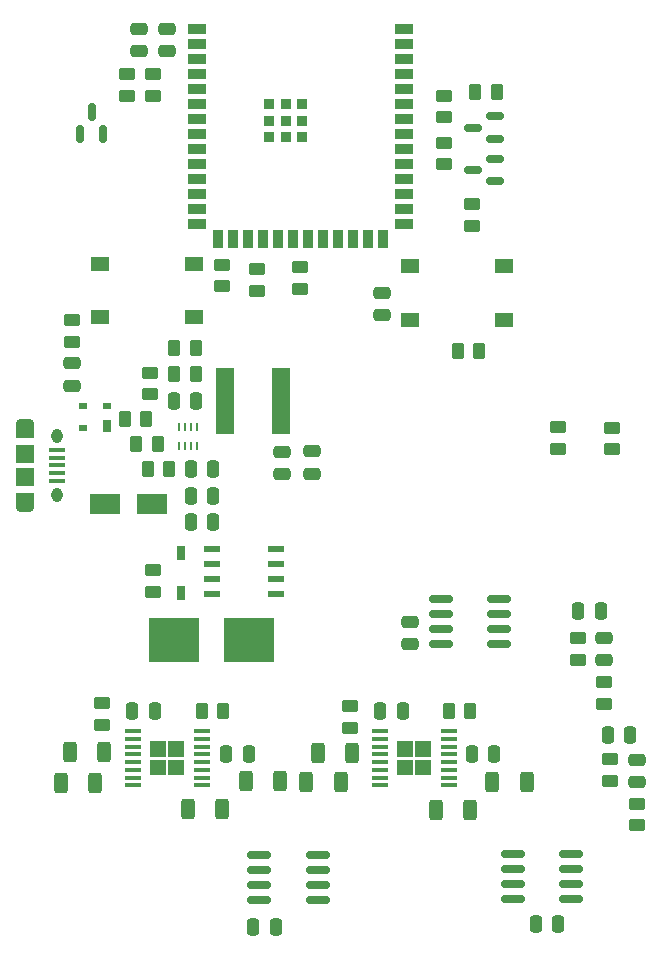
<source format=gtp>
G04 #@! TF.GenerationSoftware,KiCad,Pcbnew,6.0.9-1.fc35*
G04 #@! TF.CreationDate,2023-07-15T13:58:04-04:00*
G04 #@! TF.ProjectId,esp32_example,65737033-325f-4657-9861-6d706c652e6b,rev?*
G04 #@! TF.SameCoordinates,Original*
G04 #@! TF.FileFunction,Paste,Top*
G04 #@! TF.FilePolarity,Positive*
%FSLAX46Y46*%
G04 Gerber Fmt 4.6, Leading zero omitted, Abs format (unit mm)*
G04 Created by KiCad (PCBNEW 6.0.9-1.fc35) date 2023-07-15 13:58:04*
%MOMM*%
%LPD*%
G01*
G04 APERTURE LIST*
G04 Aperture macros list*
%AMRoundRect*
0 Rectangle with rounded corners*
0 $1 Rounding radius*
0 $2 $3 $4 $5 $6 $7 $8 $9 X,Y pos of 4 corners*
0 Add a 4 corners polygon primitive as box body*
4,1,4,$2,$3,$4,$5,$6,$7,$8,$9,$2,$3,0*
0 Add four circle primitives for the rounded corners*
1,1,$1+$1,$2,$3*
1,1,$1+$1,$4,$5*
1,1,$1+$1,$6,$7*
1,1,$1+$1,$8,$9*
0 Add four rect primitives between the rounded corners*
20,1,$1+$1,$2,$3,$4,$5,0*
20,1,$1+$1,$4,$5,$6,$7,0*
20,1,$1+$1,$6,$7,$8,$9,0*
20,1,$1+$1,$8,$9,$2,$3,0*%
G04 Aperture macros list end*
%ADD10RoundRect,0.150000X-0.825000X-0.150000X0.825000X-0.150000X0.825000X0.150000X-0.825000X0.150000X0*%
%ADD11RoundRect,0.250000X-0.250000X-0.475000X0.250000X-0.475000X0.250000X0.475000X-0.250000X0.475000X0*%
%ADD12RoundRect,0.250000X0.262500X0.450000X-0.262500X0.450000X-0.262500X-0.450000X0.262500X-0.450000X0*%
%ADD13R,2.500000X1.800000*%
%ADD14RoundRect,0.150000X0.150000X-0.587500X0.150000X0.587500X-0.150000X0.587500X-0.150000X-0.587500X0*%
%ADD15RoundRect,0.250000X0.450000X-0.262500X0.450000X0.262500X-0.450000X0.262500X-0.450000X-0.262500X0*%
%ADD16RoundRect,0.250000X-0.475000X0.250000X-0.475000X-0.250000X0.475000X-0.250000X0.475000X0.250000X0*%
%ADD17RoundRect,0.250000X-0.262500X-0.450000X0.262500X-0.450000X0.262500X0.450000X-0.262500X0.450000X0*%
%ADD18RoundRect,0.250000X-0.450000X0.262500X-0.450000X-0.262500X0.450000X-0.262500X0.450000X0.262500X0*%
%ADD19RoundRect,0.250000X0.250000X0.475000X-0.250000X0.475000X-0.250000X-0.475000X0.250000X-0.475000X0*%
%ADD20R,0.762000X1.219200*%
%ADD21R,1.498600X0.889000*%
%ADD22R,0.889000X1.498600*%
%ADD23R,0.889000X0.889000*%
%ADD24RoundRect,0.250000X0.312500X0.625000X-0.312500X0.625000X-0.312500X-0.625000X0.312500X-0.625000X0*%
%ADD25RoundRect,0.250000X-0.312500X-0.625000X0.312500X-0.625000X0.312500X0.625000X-0.312500X0.625000X0*%
%ADD26RoundRect,0.250000X0.475000X-0.250000X0.475000X0.250000X-0.475000X0.250000X-0.475000X-0.250000X0*%
%ADD27R,1.460500X0.558800*%
%ADD28R,1.358900X0.355600*%
%ADD29R,0.700000X1.000000*%
%ADD30R,0.700000X0.600000*%
%ADD31R,0.228600X0.711200*%
%ADD32RoundRect,0.150000X0.587500X0.150000X-0.587500X0.150000X-0.587500X-0.150000X0.587500X-0.150000X0*%
%ADD33O,0.950000X1.250000*%
%ADD34O,1.550000X0.890000*%
%ADD35R,1.350000X0.400000*%
%ADD36R,1.550000X1.500000*%
%ADD37R,1.550000X1.200000*%
%ADD38R,1.600000X5.700000*%
%ADD39R,1.550000X1.300000*%
%ADD40RoundRect,0.150000X0.825000X0.150000X-0.825000X0.150000X-0.825000X-0.150000X0.825000X-0.150000X0*%
%ADD41R,4.240000X3.810000*%
G04 APERTURE END LIST*
G36*
X130888900Y-151449400D02*
G01*
X129539500Y-151449400D01*
X129539500Y-150100000D01*
X130888900Y-150100000D01*
X130888900Y-151449400D01*
G37*
G36*
X130888900Y-149900000D02*
G01*
X129539500Y-149900000D01*
X129539500Y-148550600D01*
X130888900Y-148550600D01*
X130888900Y-149900000D01*
G37*
G36*
X132438300Y-149900000D02*
G01*
X131088900Y-149900000D01*
X131088900Y-148550600D01*
X132438300Y-148550600D01*
X132438300Y-149900000D01*
G37*
G36*
X132438300Y-151449400D02*
G01*
X131088900Y-151449400D01*
X131088900Y-150100000D01*
X132438300Y-150100000D01*
X132438300Y-151449400D01*
G37*
G36*
X151806800Y-149900000D02*
G01*
X150457400Y-149900000D01*
X150457400Y-148550600D01*
X151806800Y-148550600D01*
X151806800Y-149900000D01*
G37*
G36*
X153356200Y-151449400D02*
G01*
X152006800Y-151449400D01*
X152006800Y-150100000D01*
X153356200Y-150100000D01*
X153356200Y-151449400D01*
G37*
G36*
X153356200Y-149900000D02*
G01*
X152006800Y-149900000D01*
X152006800Y-148550600D01*
X153356200Y-148550600D01*
X153356200Y-149900000D01*
G37*
G36*
X151806800Y-151449400D02*
G01*
X150457400Y-151449400D01*
X150457400Y-150100000D01*
X151806800Y-150100000D01*
X151806800Y-151449400D01*
G37*
D10*
X160275000Y-158095000D03*
X160275000Y-159365000D03*
X160275000Y-160635000D03*
X160275000Y-161905000D03*
X165225000Y-161905000D03*
X165225000Y-160635000D03*
X165225000Y-159365000D03*
X165225000Y-158095000D03*
D11*
X133000000Y-130000000D03*
X134900000Y-130000000D03*
D12*
X157412500Y-115500000D03*
X155587500Y-115500000D03*
D13*
X129750000Y-128500000D03*
X125750000Y-128500000D03*
D11*
X156800000Y-149650000D03*
X158700000Y-149650000D03*
D14*
X123650000Y-97137500D03*
X125550000Y-97137500D03*
X124600000Y-95262500D03*
D15*
X146500000Y-147412500D03*
X146500000Y-145587500D03*
D12*
X158912500Y-93600000D03*
X157087500Y-93600000D03*
D15*
X154400000Y-95712500D03*
X154400000Y-93887500D03*
D11*
X149050000Y-146000000D03*
X150950000Y-146000000D03*
D16*
X149200000Y-110575000D03*
X149200000Y-112475000D03*
D17*
X131587500Y-117500000D03*
X133412500Y-117500000D03*
D12*
X131162500Y-125500000D03*
X129337500Y-125500000D03*
D15*
X168620000Y-123822500D03*
X168620000Y-121997500D03*
D18*
X156800000Y-103087500D03*
X156800000Y-104912500D03*
D11*
X133000000Y-127750000D03*
X134900000Y-127750000D03*
D19*
X164100000Y-164000000D03*
X162200000Y-164000000D03*
D15*
X165740000Y-141652500D03*
X165740000Y-139827500D03*
D11*
X168300000Y-148000000D03*
X170200000Y-148000000D03*
X128050000Y-146000000D03*
X129950000Y-146000000D03*
D15*
X127600000Y-93912500D03*
X127600000Y-92087500D03*
D10*
X138800000Y-158210000D03*
X138800000Y-159480000D03*
X138800000Y-160750000D03*
X138800000Y-162020000D03*
X143750000Y-162020000D03*
X143750000Y-160750000D03*
X143750000Y-159480000D03*
X143750000Y-158210000D03*
D20*
X132200000Y-132623600D03*
X132200000Y-135976400D03*
D21*
X133550000Y-88290000D03*
X133550000Y-89560000D03*
X133550000Y-90830000D03*
X133550000Y-92100000D03*
X133550000Y-93370000D03*
X133550000Y-94640000D03*
X133550000Y-95910000D03*
X133550000Y-97180000D03*
X133550000Y-98450000D03*
X133550000Y-99720000D03*
X133550000Y-100990000D03*
X133550000Y-102260000D03*
X133550000Y-103530000D03*
X133550000Y-104800000D03*
D22*
X135315000Y-106050000D03*
X136585000Y-106050000D03*
X137855000Y-106050000D03*
X139125000Y-106050000D03*
X140395000Y-106050000D03*
X141665000Y-106050000D03*
X142935000Y-106050000D03*
X144205000Y-106050000D03*
X145475000Y-106050000D03*
X146745000Y-106050000D03*
X148015000Y-106050000D03*
X149285000Y-106050000D03*
D21*
X151050000Y-104800000D03*
X151050000Y-103530000D03*
X151050000Y-102260000D03*
X151050000Y-100990000D03*
X151050000Y-99720000D03*
X151050000Y-98450000D03*
X151050000Y-97180000D03*
X151050000Y-95910000D03*
X151050000Y-94640000D03*
X151050000Y-93370000D03*
X151050000Y-92100000D03*
X151050000Y-90830000D03*
X151050000Y-89560000D03*
X151050000Y-88290000D03*
D23*
X141050000Y-96010000D03*
X141050000Y-94610000D03*
X139650000Y-94610000D03*
X139650000Y-96010000D03*
X139650000Y-97410000D03*
X141050000Y-97410000D03*
X142450000Y-97410000D03*
X142450000Y-96010000D03*
X142450000Y-94610000D03*
D24*
X125651372Y-149450000D03*
X122726372Y-149450000D03*
D18*
X129800000Y-92087500D03*
X129800000Y-93912500D03*
D11*
X133000000Y-125500000D03*
X134900000Y-125500000D03*
D25*
X137637500Y-151950000D03*
X140562500Y-151950000D03*
D26*
X151515000Y-140355000D03*
X151515000Y-138455000D03*
D27*
X134775850Y-132295000D03*
X134775850Y-133565000D03*
X134775850Y-134835000D03*
X134775850Y-136105000D03*
X140224150Y-136105000D03*
X140224150Y-134835000D03*
X140224150Y-133565000D03*
X140224150Y-132295000D03*
D25*
X132737500Y-154300000D03*
X135662500Y-154300000D03*
D24*
X146650000Y-149550000D03*
X143725000Y-149550000D03*
D25*
X158537500Y-152000000D03*
X161462500Y-152000000D03*
D26*
X167990000Y-141690000D03*
X167990000Y-139790000D03*
D12*
X133412500Y-115250000D03*
X131587500Y-115250000D03*
D19*
X140200000Y-164250000D03*
X138300000Y-164250000D03*
D15*
X164055000Y-123807500D03*
X164055000Y-121982500D03*
D28*
X133916250Y-152274999D03*
X133916250Y-151625001D03*
X133916250Y-150974999D03*
X133916250Y-150325001D03*
X133916250Y-149675002D03*
X133916250Y-149025001D03*
X133916250Y-148375002D03*
X133916250Y-147725001D03*
X128061550Y-147725001D03*
X128061550Y-148374999D03*
X128061550Y-149025001D03*
X128061550Y-149674999D03*
X128061550Y-150324998D03*
X128061550Y-150974999D03*
X128061550Y-151624998D03*
X128061550Y-152274999D03*
D26*
X131000000Y-90150000D03*
X131000000Y-88250000D03*
D11*
X165790000Y-137490000D03*
X167690000Y-137490000D03*
D29*
X125900000Y-121850000D03*
D30*
X125900000Y-120150000D03*
X123900000Y-120150000D03*
X123900000Y-122050000D03*
D31*
X131999811Y-123550100D03*
X132499937Y-123550100D03*
X133000063Y-123550100D03*
X133500189Y-123550100D03*
X133500189Y-121949900D03*
X133000063Y-121949900D03*
X132499937Y-121949900D03*
X131999811Y-121949900D03*
D15*
X154400000Y-99712500D03*
X154400000Y-97887500D03*
D32*
X158737500Y-101150000D03*
X158737500Y-99250000D03*
X156862500Y-100200000D03*
D11*
X131550000Y-119750000D03*
X133450000Y-119750000D03*
D18*
X129500000Y-117337500D03*
X129500000Y-119162500D03*
D33*
X121650000Y-122700000D03*
X121650000Y-127700000D03*
D34*
X118950000Y-128700000D03*
X118950000Y-121700000D03*
D35*
X121650000Y-123900000D03*
X121650000Y-124550000D03*
X121650000Y-125200000D03*
X121650000Y-125850000D03*
X121650000Y-126500000D03*
D36*
X118950000Y-124200000D03*
D37*
X118950000Y-128100000D03*
D36*
X118950000Y-126200000D03*
D37*
X118950000Y-122300000D03*
D38*
X135900000Y-119750000D03*
X140600000Y-119750000D03*
D25*
X153737500Y-154400000D03*
X156662500Y-154400000D03*
D15*
X170750000Y-155662500D03*
X170750000Y-153837500D03*
D16*
X122900000Y-116550000D03*
X122900000Y-118450000D03*
D18*
X142200000Y-108407500D03*
X142200000Y-110232500D03*
D28*
X154834150Y-152274999D03*
X154834150Y-151625001D03*
X154834150Y-150974999D03*
X154834150Y-150325001D03*
X154834150Y-149675002D03*
X154834150Y-149025001D03*
X154834150Y-148375002D03*
X154834150Y-147725001D03*
X148979450Y-147725001D03*
X148979450Y-148374999D03*
X148979450Y-149025001D03*
X148979450Y-149674999D03*
X148979450Y-150324998D03*
X148979450Y-150974999D03*
X148979450Y-151624998D03*
X148979450Y-152274999D03*
D15*
X129800000Y-135912500D03*
X129800000Y-134087500D03*
D24*
X145700000Y-152000000D03*
X142775000Y-152000000D03*
D39*
X151525000Y-112850000D03*
X159475000Y-112850000D03*
X151525000Y-108350000D03*
X159475000Y-108350000D03*
D26*
X128600000Y-90150000D03*
X128600000Y-88250000D03*
D24*
X124912500Y-152050000D03*
X121987500Y-152050000D03*
D15*
X122900000Y-114712500D03*
X122900000Y-112887500D03*
D16*
X140750000Y-124050000D03*
X140750000Y-125950000D03*
D40*
X159090000Y-140310000D03*
X159090000Y-139040000D03*
X159090000Y-137770000D03*
X159090000Y-136500000D03*
X154140000Y-136500000D03*
X154140000Y-137770000D03*
X154140000Y-139040000D03*
X154140000Y-140310000D03*
D18*
X135600000Y-108207500D03*
X135600000Y-110032500D03*
D26*
X170750000Y-152000000D03*
X170750000Y-150100000D03*
D15*
X167990000Y-145402500D03*
X167990000Y-143577500D03*
D32*
X158737500Y-97550000D03*
X158737500Y-95650000D03*
X156862500Y-96600000D03*
D11*
X136000000Y-149650000D03*
X137900000Y-149650000D03*
D15*
X168500000Y-151912500D03*
X168500000Y-150087500D03*
D18*
X138600000Y-108587500D03*
X138600000Y-110412500D03*
D12*
X135737500Y-146000000D03*
X133912500Y-146000000D03*
X130187500Y-123400000D03*
X128362500Y-123400000D03*
D16*
X143250000Y-124000000D03*
X143250000Y-125900000D03*
D39*
X125325000Y-112650000D03*
X133275000Y-112650000D03*
X133275000Y-108150000D03*
X125325000Y-108150000D03*
D12*
X156662500Y-146000000D03*
X154837500Y-146000000D03*
D41*
X131565000Y-140000000D03*
X137935000Y-140000000D03*
D17*
X127412500Y-121300000D03*
X129237500Y-121300000D03*
D15*
X125500000Y-147162500D03*
X125500000Y-145337500D03*
M02*

</source>
